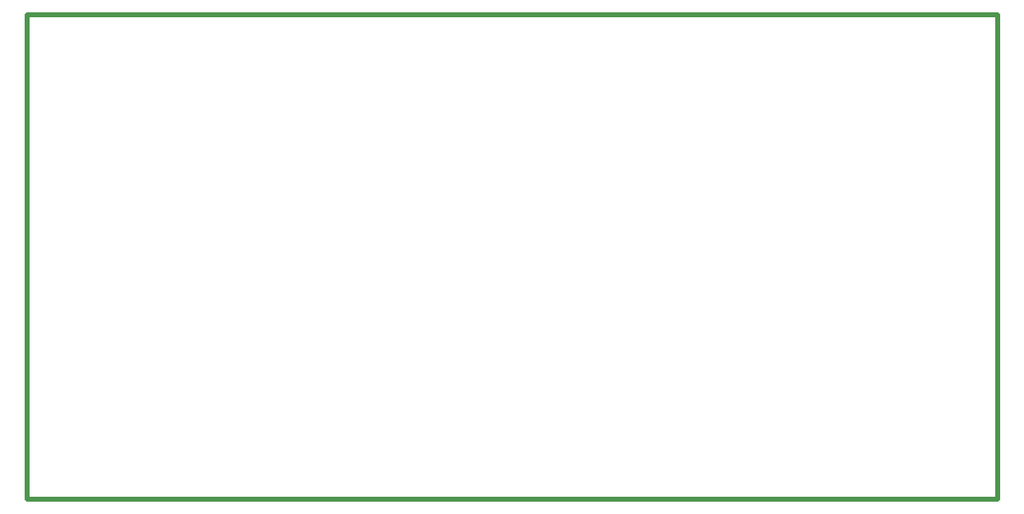
<source format=gbr>
G04 start of page 4 for group 4 idx 6 *
G04 Title: EW10A - bias supply, outline *
G04 Creator: pcb 1.99z *
G04 CreationDate: Wed 13 Aug 2014 11:07:00 PM GMT UTC *
G04 For: eelco *
G04 Format: Gerber/RS-274X *
G04 PCB-Dimensions (mil): 4724.41 3149.61 *
G04 PCB-Coordinate-Origin: lower left *
%MOIN*%
%FSLAX25Y25*%
%LNOUTLINE*%
%ADD46C,0.0200*%
G54D46*X433071Y255906D02*Y59055D01*
X39370D02*X433071D01*
X39370Y255906D02*Y59055D01*
Y255906D02*X433071D01*
M02*

</source>
